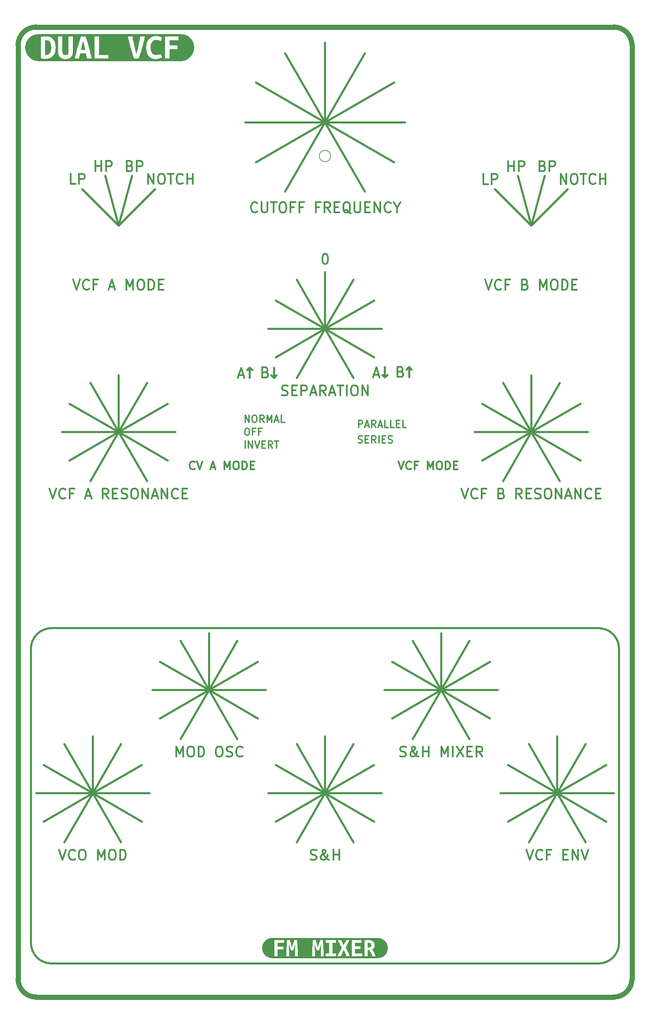
<source format=gto>
G04 #@! TF.GenerationSoftware,KiCad,Pcbnew,6.0.5+dfsg-1~bpo11+1*
G04 #@! TF.CreationDate,2022-08-10T11:57:38+00:00*
G04 #@! TF.ProjectId,VCF_VCA_pcb_panel,5643465f-5643-4415-9f70-63625f70616e,0*
G04 #@! TF.SameCoordinates,Original*
G04 #@! TF.FileFunction,Legend,Top*
G04 #@! TF.FilePolarity,Positive*
%FSLAX46Y46*%
G04 Gerber Fmt 4.6, Leading zero omitted, Abs format (unit mm)*
G04 Created by KiCad (PCBNEW 6.0.5+dfsg-1~bpo11+1) date 2022-08-10 11:57:38*
%MOMM*%
%LPD*%
G01*
G04 APERTURE LIST*
%ADD10C,0.500000*%
%ADD11C,1.270000*%
%ADD12C,0.400000*%
%ADD13C,0.350000*%
%ADD14C,0.150000*%
%ADD15C,2.000000*%
G04 APERTURE END LIST*
D10*
X212725000Y-44450000D02*
X232410000Y-44450000D01*
D11*
X141605000Y-259715000D02*
X283845000Y-259715000D01*
D10*
X184150000Y-184150000D02*
X191135000Y-172051625D01*
X155555327Y-209543189D02*
X148570327Y-197444814D01*
X212725000Y-44450000D02*
X212725000Y-24765000D01*
X263525000Y-120650000D02*
X275623375Y-127635000D01*
X161925000Y-120650000D02*
X175895000Y-120650000D01*
X212725000Y-209550000D02*
X224823375Y-216535000D01*
X285115000Y-173990000D02*
G75*
G03*
X280035000Y-168910000I-5080000J0D01*
G01*
X212725000Y-95250000D02*
X200626625Y-88265000D01*
D11*
X141605000Y-20955000D02*
X283845000Y-20955000D01*
D10*
X263525000Y-69850000D02*
X254544744Y-60869744D01*
X269875000Y-209550000D02*
X269875000Y-195580000D01*
X263525000Y-120650000D02*
X263525000Y-106680000D01*
X263525000Y-120650000D02*
X270510000Y-108551625D01*
X140335000Y-246380000D02*
G75*
G03*
X145415000Y-251460000I5080000J0D01*
G01*
X241300000Y-184150000D02*
X229201625Y-191135000D01*
X212725000Y-44450000D02*
X195677290Y-34607500D01*
X184150000Y-184150000D02*
X184150000Y-170180000D01*
X241300000Y-184150000D02*
X248285000Y-172051625D01*
X184150000Y-184150000D02*
X177165000Y-172051625D01*
D11*
X141605000Y-20955000D02*
G75*
G03*
X137160000Y-25400000I0J-4445000D01*
G01*
D10*
X241300000Y-184150000D02*
X248285000Y-196248375D01*
X155555327Y-209543189D02*
X169525327Y-209543189D01*
X269875000Y-209550000D02*
X262890000Y-221648375D01*
X155555327Y-209543189D02*
X162540327Y-197444814D01*
X155555327Y-209543189D02*
X143456952Y-202558189D01*
X241300000Y-184150000D02*
X234315000Y-172051625D01*
X155555327Y-209543189D02*
X141585327Y-209543189D01*
X212725000Y-209550000D02*
X219710000Y-197451625D01*
X212725000Y-44450000D02*
X193040000Y-44450000D01*
X233426000Y-107188000D02*
X233426000Y-104648000D01*
X212725000Y-44450000D02*
X229772710Y-34607500D01*
X184150000Y-184150000D02*
X172051625Y-191135000D01*
X155555327Y-209543189D02*
X167653702Y-216528189D01*
X161925000Y-120650000D02*
X154940000Y-132748375D01*
X233426000Y-104648000D02*
X234061000Y-105283000D01*
X212725000Y-95250000D02*
X219710000Y-83151625D01*
X212725000Y-209550000D02*
X224823375Y-202565000D01*
X161925000Y-120650000D02*
X161925000Y-106680000D01*
X263525000Y-120650000D02*
X256540000Y-108551625D01*
X200152000Y-107315000D02*
X199517000Y-106680000D01*
X184150000Y-184150000D02*
X198120000Y-184150000D01*
X227457000Y-107188000D02*
X228092000Y-106553000D01*
X161925000Y-120650000D02*
X168910000Y-108551625D01*
X212725000Y-95250000D02*
X198755000Y-95250000D01*
X241300000Y-184150000D02*
X227330000Y-184150000D01*
X194183000Y-104775000D02*
X194818000Y-105410000D01*
X194183000Y-107315000D02*
X194183000Y-104775000D01*
D11*
X288289999Y-25400001D02*
G75*
G03*
X283844999Y-20955001I-4444999J1D01*
G01*
D10*
X263525000Y-120650000D02*
X270510000Y-132748375D01*
X212725000Y-95250000D02*
X224823375Y-88265000D01*
X161925000Y-69838591D02*
X170905256Y-60858335D01*
X263525000Y-120650000D02*
X249555000Y-120650000D01*
D11*
X137160000Y-255270000D02*
G75*
G03*
X141605000Y-259715000I4445000J0D01*
G01*
D10*
X184150000Y-184150000D02*
X191135000Y-196248375D01*
X212725000Y-209550000D02*
X219710000Y-221648375D01*
X155555327Y-209543189D02*
X155555327Y-195573189D01*
X280035000Y-251460000D02*
X145415000Y-251460000D01*
X194183000Y-104775000D02*
X193548000Y-105410000D01*
X269875000Y-209550000D02*
X281973375Y-216535000D01*
X184150000Y-184150000D02*
X170180000Y-184150000D01*
X212725000Y-95250000D02*
X200626625Y-102235000D01*
X155555327Y-209543189D02*
X167653702Y-202558189D01*
X263525000Y-120650000D02*
X251426625Y-127635000D01*
X212725000Y-95250000D02*
X212725000Y-81280000D01*
X263525000Y-120650000D02*
X256540000Y-132748375D01*
X155555327Y-209543189D02*
X148570327Y-221641564D01*
X263525000Y-120650000D02*
X251426625Y-113665000D01*
X263525000Y-69850000D02*
X260237998Y-57582742D01*
X269875000Y-209550000D02*
X281973375Y-202565000D01*
X212725000Y-44450000D02*
X222567500Y-61497710D01*
X212725000Y-95250000D02*
X224823375Y-102235000D01*
X212725000Y-209550000D02*
X200626625Y-202565000D01*
X212725000Y-209550000D02*
X200626625Y-216535000D01*
X212725000Y-209550000D02*
X226695000Y-209550000D01*
X241300000Y-184150000D02*
X234315000Y-196248375D01*
X280035000Y-168910000D02*
X145415000Y-168910000D01*
X269875000Y-209550000D02*
X262890000Y-197451625D01*
X280035000Y-251460000D02*
G75*
G03*
X285115000Y-246380000I0J5080000D01*
G01*
X241300000Y-184150000D02*
X253398375Y-177165000D01*
X269875000Y-209550000D02*
X257776625Y-202565000D01*
X263525000Y-120650000D02*
X277495000Y-120650000D01*
X263525000Y-69850000D02*
X266812002Y-57582742D01*
X269875000Y-209550000D02*
X276860000Y-197451625D01*
D11*
X283845000Y-259715000D02*
G75*
G03*
X288290000Y-255270000I0J4445000D01*
G01*
D10*
X269875000Y-209550000D02*
X255905000Y-209550000D01*
X227457000Y-107188000D02*
X226822000Y-106553000D01*
X263525000Y-69850000D02*
X272505256Y-60869744D01*
X212725000Y-44450000D02*
X202882500Y-61497710D01*
X233426000Y-104648000D02*
X232791000Y-105283000D01*
X161925000Y-69838591D02*
X152944744Y-60858335D01*
X269875000Y-209550000D02*
X257776625Y-216535000D01*
X184150000Y-184150000D02*
X172051625Y-177165000D01*
X241300000Y-184150000D02*
X241300000Y-170180000D01*
X263525000Y-120650000D02*
X275623375Y-113665000D01*
X227457000Y-104648000D02*
X227457000Y-107188000D01*
X161925000Y-69838591D02*
X165212002Y-57571333D01*
X184150000Y-184150000D02*
X177165000Y-196248375D01*
X161925000Y-120650000D02*
X149826625Y-127635000D01*
X212725000Y-44450000D02*
X195677290Y-54292500D01*
X269875000Y-209550000D02*
X283845000Y-209550000D01*
X212725000Y-95250000D02*
X205740000Y-107348375D01*
X145415000Y-168910000D02*
G75*
G03*
X140335000Y-173990000I0J-5080000D01*
G01*
X212725000Y-44450000D02*
X202882500Y-27402290D01*
X241300000Y-184150000D02*
X253398375Y-191135000D01*
X269875000Y-209550000D02*
X283845000Y-209550000D01*
X155575000Y-209550000D02*
X141605000Y-209550000D01*
X184150000Y-184150000D02*
X196248375Y-177165000D01*
X155555327Y-209543189D02*
X162540327Y-221641564D01*
X212725000Y-209550000D02*
X212725000Y-195580000D01*
X212725000Y-209550000D02*
X205740000Y-221648375D01*
X241300000Y-184150000D02*
X229201625Y-177165000D01*
X200152000Y-107315000D02*
X200787000Y-106680000D01*
X212725000Y-95250000D02*
X205740000Y-83151625D01*
X161925000Y-120650000D02*
X149826625Y-113665000D01*
X285115000Y-246380000D02*
X285115000Y-173990000D01*
X212725000Y-44450000D02*
X229772710Y-54292500D01*
X184150000Y-184150000D02*
X196248375Y-191135000D01*
X161925000Y-120650000D02*
X174023375Y-127635000D01*
X212725000Y-95250000D02*
X226695000Y-95250000D01*
X161925000Y-69838591D02*
X158637998Y-57571333D01*
X212725000Y-44450000D02*
X222567500Y-27402290D01*
X161925000Y-120650000D02*
X174023375Y-113665000D01*
X212725000Y-209550000D02*
X198755000Y-209550000D01*
D11*
X137160000Y-255270000D02*
X137160000Y-25400000D01*
D10*
X212725000Y-95250000D02*
X219710000Y-107348375D01*
X212725000Y-209550000D02*
X205740000Y-197451625D01*
X155555327Y-209543189D02*
X143456952Y-216528189D01*
X269875000Y-209550000D02*
X276860000Y-221648375D01*
X140335000Y-173990000D02*
X140335000Y-246380000D01*
X161925000Y-120650000D02*
X147955000Y-120650000D01*
X241300000Y-184150000D02*
X255270000Y-184150000D01*
X161925000Y-120650000D02*
X168910000Y-132748375D01*
X161925000Y-120650000D02*
X154940000Y-108551625D01*
D11*
X288290000Y-255270000D02*
X288290000Y-25400000D01*
D10*
X200152000Y-104775000D02*
X200152000Y-107315000D01*
D12*
X257750714Y-56387361D02*
X257750714Y-53887361D01*
X257750714Y-55077837D02*
X259179285Y-55077837D01*
X259179285Y-56387361D02*
X259179285Y-53887361D01*
X260369761Y-56387361D02*
X260369761Y-53887361D01*
X261322142Y-53887361D01*
X261560238Y-54006409D01*
X261679285Y-54125456D01*
X261798333Y-54363551D01*
X261798333Y-54720694D01*
X261679285Y-54958789D01*
X261560238Y-55077837D01*
X261322142Y-55196885D01*
X260369761Y-55196885D01*
X191428761Y-106588666D02*
X192619238Y-106588666D01*
X191190666Y-107302952D02*
X192024000Y-104802952D01*
X192857333Y-107302952D01*
X270689285Y-59562361D02*
X270689285Y-57062361D01*
X272117857Y-59562361D01*
X272117857Y-57062361D01*
X273784523Y-57062361D02*
X274260714Y-57062361D01*
X274498809Y-57181409D01*
X274736904Y-57419504D01*
X274855952Y-57895694D01*
X274855952Y-58729028D01*
X274736904Y-59205218D01*
X274498809Y-59443313D01*
X274260714Y-59562361D01*
X273784523Y-59562361D01*
X273546428Y-59443313D01*
X273308333Y-59205218D01*
X273189285Y-58729028D01*
X273189285Y-57895694D01*
X273308333Y-57419504D01*
X273546428Y-57181409D01*
X273784523Y-57062361D01*
X275570238Y-57062361D02*
X276998809Y-57062361D01*
X276284523Y-59562361D02*
X276284523Y-57062361D01*
X279260714Y-59324266D02*
X279141666Y-59443313D01*
X278784523Y-59562361D01*
X278546428Y-59562361D01*
X278189285Y-59443313D01*
X277951190Y-59205218D01*
X277832142Y-58967123D01*
X277713095Y-58490932D01*
X277713095Y-58133789D01*
X277832142Y-57657599D01*
X277951190Y-57419504D01*
X278189285Y-57181409D01*
X278546428Y-57062361D01*
X278784523Y-57062361D01*
X279141666Y-57181409D01*
X279260714Y-57300456D01*
X280332142Y-59562361D02*
X280332142Y-57062361D01*
X280332142Y-58252837D02*
X281760714Y-58252837D01*
X281760714Y-59562361D02*
X281760714Y-57062361D01*
D13*
X193049166Y-118266666D02*
X193049166Y-116516666D01*
X194049166Y-118266666D01*
X194049166Y-116516666D01*
X195215833Y-116516666D02*
X195549166Y-116516666D01*
X195715833Y-116600000D01*
X195882500Y-116766666D01*
X195965833Y-117100000D01*
X195965833Y-117683333D01*
X195882500Y-118016666D01*
X195715833Y-118183333D01*
X195549166Y-118266666D01*
X195215833Y-118266666D01*
X195049166Y-118183333D01*
X194882500Y-118016666D01*
X194799166Y-117683333D01*
X194799166Y-117100000D01*
X194882500Y-116766666D01*
X195049166Y-116600000D01*
X195215833Y-116516666D01*
X197715833Y-118266666D02*
X197132500Y-117433333D01*
X196715833Y-118266666D02*
X196715833Y-116516666D01*
X197382500Y-116516666D01*
X197549166Y-116600000D01*
X197632500Y-116683333D01*
X197715833Y-116850000D01*
X197715833Y-117100000D01*
X197632500Y-117266666D01*
X197549166Y-117350000D01*
X197382500Y-117433333D01*
X196715833Y-117433333D01*
X198465833Y-118266666D02*
X198465833Y-116516666D01*
X199049166Y-117766666D01*
X199632500Y-116516666D01*
X199632500Y-118266666D01*
X200382500Y-117766666D02*
X201215833Y-117766666D01*
X200215833Y-118266666D02*
X200799166Y-116516666D01*
X201382500Y-118266666D01*
X202799166Y-118266666D02*
X201965833Y-118266666D01*
X201965833Y-116516666D01*
D12*
X266263571Y-55077837D02*
X266620714Y-55196885D01*
X266739761Y-55315932D01*
X266858809Y-55554028D01*
X266858809Y-55911170D01*
X266739761Y-56149266D01*
X266620714Y-56268313D01*
X266382619Y-56387361D01*
X265430238Y-56387361D01*
X265430238Y-53887361D01*
X266263571Y-53887361D01*
X266501666Y-54006409D01*
X266620714Y-54125456D01*
X266739761Y-54363551D01*
X266739761Y-54601647D01*
X266620714Y-54839742D01*
X266501666Y-54958789D01*
X266263571Y-55077837D01*
X265430238Y-55077837D01*
X267930238Y-56387361D02*
X267930238Y-53887361D01*
X268882619Y-53887361D01*
X269120714Y-54006409D01*
X269239761Y-54125456D01*
X269358809Y-54363551D01*
X269358809Y-54720694D01*
X269239761Y-54958789D01*
X269120714Y-55077837D01*
X268882619Y-55196885D01*
X267930238Y-55196885D01*
X147221993Y-223414141D02*
X148055327Y-225914141D01*
X148888660Y-223414141D01*
X151150565Y-225676046D02*
X151031517Y-225795093D01*
X150674374Y-225914141D01*
X150436279Y-225914141D01*
X150079136Y-225795093D01*
X149841041Y-225556998D01*
X149721993Y-225318903D01*
X149602946Y-224842712D01*
X149602946Y-224485569D01*
X149721993Y-224009379D01*
X149841041Y-223771284D01*
X150079136Y-223533189D01*
X150436279Y-223414141D01*
X150674374Y-223414141D01*
X151031517Y-223533189D01*
X151150565Y-223652236D01*
X152698184Y-223414141D02*
X153174374Y-223414141D01*
X153412469Y-223533189D01*
X153650565Y-223771284D01*
X153769612Y-224247474D01*
X153769612Y-225080808D01*
X153650565Y-225556998D01*
X153412469Y-225795093D01*
X153174374Y-225914141D01*
X152698184Y-225914141D01*
X152460088Y-225795093D01*
X152221993Y-225556998D01*
X152102946Y-225080808D01*
X152102946Y-224247474D01*
X152221993Y-223771284D01*
X152460088Y-223533189D01*
X152698184Y-223414141D01*
X156745803Y-225914141D02*
X156745803Y-223414141D01*
X157579136Y-225199855D01*
X158412469Y-223414141D01*
X158412469Y-225914141D01*
X160079136Y-223414141D02*
X160555327Y-223414141D01*
X160793422Y-223533189D01*
X161031517Y-223771284D01*
X161150565Y-224247474D01*
X161150565Y-225080808D01*
X161031517Y-225556998D01*
X160793422Y-225795093D01*
X160555327Y-225914141D01*
X160079136Y-225914141D01*
X159841041Y-225795093D01*
X159602946Y-225556998D01*
X159483898Y-225080808D01*
X159483898Y-224247474D01*
X159602946Y-223771284D01*
X159841041Y-223533189D01*
X160079136Y-223414141D01*
X162221993Y-225914141D02*
X162221993Y-223414141D01*
X162817231Y-223414141D01*
X163174374Y-223533189D01*
X163412469Y-223771284D01*
X163531517Y-224009379D01*
X163650565Y-224485569D01*
X163650565Y-224842712D01*
X163531517Y-225318903D01*
X163412469Y-225556998D01*
X163174374Y-225795093D01*
X162817231Y-225914141D01*
X162221993Y-225914141D01*
X252888809Y-59562361D02*
X251698333Y-59562361D01*
X251698333Y-57062361D01*
X253722142Y-59562361D02*
X253722142Y-57062361D01*
X254674523Y-57062361D01*
X254912619Y-57181409D01*
X255031666Y-57300456D01*
X255150714Y-57538551D01*
X255150714Y-57895694D01*
X255031666Y-58133789D01*
X254912619Y-58252837D01*
X254674523Y-58371885D01*
X253722142Y-58371885D01*
X156150714Y-56375952D02*
X156150714Y-53875952D01*
X156150714Y-55066428D02*
X157579285Y-55066428D01*
X157579285Y-56375952D02*
X157579285Y-53875952D01*
X158769761Y-56375952D02*
X158769761Y-53875952D01*
X159722142Y-53875952D01*
X159960238Y-53995000D01*
X160079285Y-54114047D01*
X160198333Y-54352142D01*
X160198333Y-54709285D01*
X160079285Y-54947380D01*
X159960238Y-55066428D01*
X159722142Y-55185476D01*
X158769761Y-55185476D01*
X169089285Y-59550952D02*
X169089285Y-57050952D01*
X170517857Y-59550952D01*
X170517857Y-57050952D01*
X172184523Y-57050952D02*
X172660714Y-57050952D01*
X172898809Y-57170000D01*
X173136904Y-57408095D01*
X173255952Y-57884285D01*
X173255952Y-58717619D01*
X173136904Y-59193809D01*
X172898809Y-59431904D01*
X172660714Y-59550952D01*
X172184523Y-59550952D01*
X171946428Y-59431904D01*
X171708333Y-59193809D01*
X171589285Y-58717619D01*
X171589285Y-57884285D01*
X171708333Y-57408095D01*
X171946428Y-57170000D01*
X172184523Y-57050952D01*
X173970238Y-57050952D02*
X175398809Y-57050952D01*
X174684523Y-59550952D02*
X174684523Y-57050952D01*
X177660714Y-59312857D02*
X177541666Y-59431904D01*
X177184523Y-59550952D01*
X176946428Y-59550952D01*
X176589285Y-59431904D01*
X176351190Y-59193809D01*
X176232142Y-58955714D01*
X176113095Y-58479523D01*
X176113095Y-58122380D01*
X176232142Y-57646190D01*
X176351190Y-57408095D01*
X176589285Y-57170000D01*
X176946428Y-57050952D01*
X177184523Y-57050952D01*
X177541666Y-57170000D01*
X177660714Y-57289047D01*
X178732142Y-59550952D02*
X178732142Y-57050952D01*
X178732142Y-58241428D02*
X180160714Y-58241428D01*
X180160714Y-59550952D02*
X180160714Y-57050952D01*
X231180952Y-200401904D02*
X231538095Y-200520952D01*
X232133333Y-200520952D01*
X232371428Y-200401904D01*
X232490476Y-200282857D01*
X232609523Y-200044761D01*
X232609523Y-199806666D01*
X232490476Y-199568571D01*
X232371428Y-199449523D01*
X232133333Y-199330476D01*
X231657142Y-199211428D01*
X231419047Y-199092380D01*
X231300000Y-198973333D01*
X231180952Y-198735238D01*
X231180952Y-198497142D01*
X231300000Y-198259047D01*
X231419047Y-198140000D01*
X231657142Y-198020952D01*
X232252380Y-198020952D01*
X232609523Y-198140000D01*
X235704761Y-200520952D02*
X235585714Y-200520952D01*
X235347619Y-200401904D01*
X234990476Y-200044761D01*
X234395238Y-199330476D01*
X234157142Y-198973333D01*
X234038095Y-198616190D01*
X234038095Y-198378095D01*
X234157142Y-198140000D01*
X234395238Y-198020952D01*
X234514285Y-198020952D01*
X234752380Y-198140000D01*
X234871428Y-198378095D01*
X234871428Y-198497142D01*
X234752380Y-198735238D01*
X234633333Y-198854285D01*
X233919047Y-199330476D01*
X233800000Y-199449523D01*
X233680952Y-199687619D01*
X233680952Y-200044761D01*
X233800000Y-200282857D01*
X233919047Y-200401904D01*
X234157142Y-200520952D01*
X234514285Y-200520952D01*
X234752380Y-200401904D01*
X234871428Y-200282857D01*
X235228571Y-199806666D01*
X235347619Y-199449523D01*
X235347619Y-199211428D01*
X236776190Y-200520952D02*
X236776190Y-198020952D01*
X236776190Y-199211428D02*
X238204761Y-199211428D01*
X238204761Y-200520952D02*
X238204761Y-198020952D01*
X241300000Y-200520952D02*
X241300000Y-198020952D01*
X242133333Y-199806666D01*
X242966666Y-198020952D01*
X242966666Y-200520952D01*
X244157142Y-200520952D02*
X244157142Y-198020952D01*
X245109523Y-198020952D02*
X246776190Y-200520952D01*
X246776190Y-198020952D02*
X245109523Y-200520952D01*
X247728571Y-199211428D02*
X248561904Y-199211428D01*
X248919047Y-200520952D02*
X247728571Y-200520952D01*
X247728571Y-198020952D01*
X248919047Y-198020952D01*
X251419047Y-200520952D02*
X250585714Y-199330476D01*
X249990476Y-200520952D02*
X249990476Y-198020952D01*
X250942857Y-198020952D01*
X251180952Y-198140000D01*
X251300000Y-198259047D01*
X251419047Y-198497142D01*
X251419047Y-198854285D01*
X251300000Y-199092380D01*
X251180952Y-199211428D01*
X250942857Y-199330476D01*
X249990476Y-199330476D01*
X209153571Y-225801904D02*
X209510714Y-225920952D01*
X210105952Y-225920952D01*
X210344047Y-225801904D01*
X210463095Y-225682857D01*
X210582142Y-225444761D01*
X210582142Y-225206666D01*
X210463095Y-224968571D01*
X210344047Y-224849523D01*
X210105952Y-224730476D01*
X209629761Y-224611428D01*
X209391666Y-224492380D01*
X209272619Y-224373333D01*
X209153571Y-224135238D01*
X209153571Y-223897142D01*
X209272619Y-223659047D01*
X209391666Y-223540000D01*
X209629761Y-223420952D01*
X210225000Y-223420952D01*
X210582142Y-223540000D01*
X213677380Y-225920952D02*
X213558333Y-225920952D01*
X213320238Y-225801904D01*
X212963095Y-225444761D01*
X212367857Y-224730476D01*
X212129761Y-224373333D01*
X212010714Y-224016190D01*
X212010714Y-223778095D01*
X212129761Y-223540000D01*
X212367857Y-223420952D01*
X212486904Y-223420952D01*
X212725000Y-223540000D01*
X212844047Y-223778095D01*
X212844047Y-223897142D01*
X212725000Y-224135238D01*
X212605952Y-224254285D01*
X211891666Y-224730476D01*
X211772619Y-224849523D01*
X211653571Y-225087619D01*
X211653571Y-225444761D01*
X211772619Y-225682857D01*
X211891666Y-225801904D01*
X212129761Y-225920952D01*
X212486904Y-225920952D01*
X212725000Y-225801904D01*
X212844047Y-225682857D01*
X213201190Y-225206666D01*
X213320238Y-224849523D01*
X213320238Y-224611428D01*
X214748809Y-225920952D02*
X214748809Y-223420952D01*
X214748809Y-224611428D02*
X216177380Y-224611428D01*
X216177380Y-225920952D02*
X216177380Y-223420952D01*
X231318571Y-105739428D02*
X231675714Y-105858476D01*
X231794761Y-105977523D01*
X231913809Y-106215619D01*
X231913809Y-106572761D01*
X231794761Y-106810857D01*
X231675714Y-106929904D01*
X231437619Y-107048952D01*
X230485238Y-107048952D01*
X230485238Y-104548952D01*
X231318571Y-104548952D01*
X231556666Y-104668000D01*
X231675714Y-104787047D01*
X231794761Y-105025142D01*
X231794761Y-105263238D01*
X231675714Y-105501333D01*
X231556666Y-105620380D01*
X231318571Y-105739428D01*
X230485238Y-105739428D01*
X246263095Y-134520952D02*
X247096428Y-137020952D01*
X247929761Y-134520952D01*
X250191666Y-136782857D02*
X250072619Y-136901904D01*
X249715476Y-137020952D01*
X249477380Y-137020952D01*
X249120238Y-136901904D01*
X248882142Y-136663809D01*
X248763095Y-136425714D01*
X248644047Y-135949523D01*
X248644047Y-135592380D01*
X248763095Y-135116190D01*
X248882142Y-134878095D01*
X249120238Y-134640000D01*
X249477380Y-134520952D01*
X249715476Y-134520952D01*
X250072619Y-134640000D01*
X250191666Y-134759047D01*
X252096428Y-135711428D02*
X251263095Y-135711428D01*
X251263095Y-137020952D02*
X251263095Y-134520952D01*
X252453571Y-134520952D01*
X256144047Y-135711428D02*
X256501190Y-135830476D01*
X256620238Y-135949523D01*
X256739285Y-136187619D01*
X256739285Y-136544761D01*
X256620238Y-136782857D01*
X256501190Y-136901904D01*
X256263095Y-137020952D01*
X255310714Y-137020952D01*
X255310714Y-134520952D01*
X256144047Y-134520952D01*
X256382142Y-134640000D01*
X256501190Y-134759047D01*
X256620238Y-134997142D01*
X256620238Y-135235238D01*
X256501190Y-135473333D01*
X256382142Y-135592380D01*
X256144047Y-135711428D01*
X255310714Y-135711428D01*
X261144047Y-137020952D02*
X260310714Y-135830476D01*
X259715476Y-137020952D02*
X259715476Y-134520952D01*
X260667857Y-134520952D01*
X260905952Y-134640000D01*
X261025000Y-134759047D01*
X261144047Y-134997142D01*
X261144047Y-135354285D01*
X261025000Y-135592380D01*
X260905952Y-135711428D01*
X260667857Y-135830476D01*
X259715476Y-135830476D01*
X262215476Y-135711428D02*
X263048809Y-135711428D01*
X263405952Y-137020952D02*
X262215476Y-137020952D01*
X262215476Y-134520952D01*
X263405952Y-134520952D01*
X264358333Y-136901904D02*
X264715476Y-137020952D01*
X265310714Y-137020952D01*
X265548809Y-136901904D01*
X265667857Y-136782857D01*
X265786904Y-136544761D01*
X265786904Y-136306666D01*
X265667857Y-136068571D01*
X265548809Y-135949523D01*
X265310714Y-135830476D01*
X264834523Y-135711428D01*
X264596428Y-135592380D01*
X264477380Y-135473333D01*
X264358333Y-135235238D01*
X264358333Y-134997142D01*
X264477380Y-134759047D01*
X264596428Y-134640000D01*
X264834523Y-134520952D01*
X265429761Y-134520952D01*
X265786904Y-134640000D01*
X267334523Y-134520952D02*
X267810714Y-134520952D01*
X268048809Y-134640000D01*
X268286904Y-134878095D01*
X268405952Y-135354285D01*
X268405952Y-136187619D01*
X268286904Y-136663809D01*
X268048809Y-136901904D01*
X267810714Y-137020952D01*
X267334523Y-137020952D01*
X267096428Y-136901904D01*
X266858333Y-136663809D01*
X266739285Y-136187619D01*
X266739285Y-135354285D01*
X266858333Y-134878095D01*
X267096428Y-134640000D01*
X267334523Y-134520952D01*
X269477380Y-137020952D02*
X269477380Y-134520952D01*
X270905952Y-137020952D01*
X270905952Y-134520952D01*
X271977380Y-136306666D02*
X273167857Y-136306666D01*
X271739285Y-137020952D02*
X272572619Y-134520952D01*
X273405952Y-137020952D01*
X274239285Y-137020952D02*
X274239285Y-134520952D01*
X275667857Y-137020952D01*
X275667857Y-134520952D01*
X278286904Y-136782857D02*
X278167857Y-136901904D01*
X277810714Y-137020952D01*
X277572619Y-137020952D01*
X277215476Y-136901904D01*
X276977380Y-136663809D01*
X276858333Y-136425714D01*
X276739285Y-135949523D01*
X276739285Y-135592380D01*
X276858333Y-135116190D01*
X276977380Y-134878095D01*
X277215476Y-134640000D01*
X277572619Y-134520952D01*
X277810714Y-134520952D01*
X278167857Y-134640000D01*
X278286904Y-134759047D01*
X279358333Y-135711428D02*
X280191666Y-135711428D01*
X280548809Y-137020952D02*
X279358333Y-137020952D01*
X279358333Y-134520952D01*
X280548809Y-134520952D01*
X150675000Y-83074543D02*
X151508333Y-85574543D01*
X152341666Y-83074543D01*
X154603571Y-85336448D02*
X154484523Y-85455495D01*
X154127380Y-85574543D01*
X153889285Y-85574543D01*
X153532142Y-85455495D01*
X153294047Y-85217400D01*
X153175000Y-84979305D01*
X153055952Y-84503114D01*
X153055952Y-84145971D01*
X153175000Y-83669781D01*
X153294047Y-83431686D01*
X153532142Y-83193591D01*
X153889285Y-83074543D01*
X154127380Y-83074543D01*
X154484523Y-83193591D01*
X154603571Y-83312638D01*
X156508333Y-84265019D02*
X155675000Y-84265019D01*
X155675000Y-85574543D02*
X155675000Y-83074543D01*
X156865476Y-83074543D01*
X159603571Y-84860257D02*
X160794047Y-84860257D01*
X159365476Y-85574543D02*
X160198809Y-83074543D01*
X161032142Y-85574543D01*
X163770238Y-85574543D02*
X163770238Y-83074543D01*
X164603571Y-84860257D01*
X165436904Y-83074543D01*
X165436904Y-85574543D01*
X167103571Y-83074543D02*
X167579761Y-83074543D01*
X167817857Y-83193591D01*
X168055952Y-83431686D01*
X168175000Y-83907876D01*
X168175000Y-84741210D01*
X168055952Y-85217400D01*
X167817857Y-85455495D01*
X167579761Y-85574543D01*
X167103571Y-85574543D01*
X166865476Y-85455495D01*
X166627380Y-85217400D01*
X166508333Y-84741210D01*
X166508333Y-83907876D01*
X166627380Y-83431686D01*
X166865476Y-83193591D01*
X167103571Y-83074543D01*
X169246428Y-85574543D02*
X169246428Y-83074543D01*
X169841666Y-83074543D01*
X170198809Y-83193591D01*
X170436904Y-83431686D01*
X170555952Y-83669781D01*
X170675000Y-84145971D01*
X170675000Y-84503114D01*
X170555952Y-84979305D01*
X170436904Y-85217400D01*
X170198809Y-85455495D01*
X169841666Y-85574543D01*
X169246428Y-85574543D01*
X171746428Y-84265019D02*
X172579761Y-84265019D01*
X172936904Y-85574543D02*
X171746428Y-85574543D01*
X171746428Y-83074543D01*
X172936904Y-83074543D01*
X195998809Y-66297857D02*
X195879761Y-66416904D01*
X195522619Y-66535952D01*
X195284523Y-66535952D01*
X194927380Y-66416904D01*
X194689285Y-66178809D01*
X194570238Y-65940714D01*
X194451190Y-65464523D01*
X194451190Y-65107380D01*
X194570238Y-64631190D01*
X194689285Y-64393095D01*
X194927380Y-64155000D01*
X195284523Y-64035952D01*
X195522619Y-64035952D01*
X195879761Y-64155000D01*
X195998809Y-64274047D01*
X197070238Y-64035952D02*
X197070238Y-66059761D01*
X197189285Y-66297857D01*
X197308333Y-66416904D01*
X197546428Y-66535952D01*
X198022619Y-66535952D01*
X198260714Y-66416904D01*
X198379761Y-66297857D01*
X198498809Y-66059761D01*
X198498809Y-64035952D01*
X199332142Y-64035952D02*
X200760714Y-64035952D01*
X200046428Y-66535952D02*
X200046428Y-64035952D01*
X202070238Y-64035952D02*
X202546428Y-64035952D01*
X202784523Y-64155000D01*
X203022619Y-64393095D01*
X203141666Y-64869285D01*
X203141666Y-65702619D01*
X203022619Y-66178809D01*
X202784523Y-66416904D01*
X202546428Y-66535952D01*
X202070238Y-66535952D01*
X201832142Y-66416904D01*
X201594047Y-66178809D01*
X201475000Y-65702619D01*
X201475000Y-64869285D01*
X201594047Y-64393095D01*
X201832142Y-64155000D01*
X202070238Y-64035952D01*
X205046428Y-65226428D02*
X204213095Y-65226428D01*
X204213095Y-66535952D02*
X204213095Y-64035952D01*
X205403571Y-64035952D01*
X207189285Y-65226428D02*
X206355952Y-65226428D01*
X206355952Y-66535952D02*
X206355952Y-64035952D01*
X207546428Y-64035952D01*
X211236904Y-65226428D02*
X210403571Y-65226428D01*
X210403571Y-66535952D02*
X210403571Y-64035952D01*
X211594047Y-64035952D01*
X213975000Y-66535952D02*
X213141666Y-65345476D01*
X212546428Y-66535952D02*
X212546428Y-64035952D01*
X213498809Y-64035952D01*
X213736904Y-64155000D01*
X213855952Y-64274047D01*
X213975000Y-64512142D01*
X213975000Y-64869285D01*
X213855952Y-65107380D01*
X213736904Y-65226428D01*
X213498809Y-65345476D01*
X212546428Y-65345476D01*
X215046428Y-65226428D02*
X215879761Y-65226428D01*
X216236904Y-66535952D02*
X215046428Y-66535952D01*
X215046428Y-64035952D01*
X216236904Y-64035952D01*
X218975000Y-66774047D02*
X218736904Y-66655000D01*
X218498809Y-66416904D01*
X218141666Y-66059761D01*
X217903571Y-65940714D01*
X217665476Y-65940714D01*
X217784523Y-66535952D02*
X217546428Y-66416904D01*
X217308333Y-66178809D01*
X217189285Y-65702619D01*
X217189285Y-64869285D01*
X217308333Y-64393095D01*
X217546428Y-64155000D01*
X217784523Y-64035952D01*
X218260714Y-64035952D01*
X218498809Y-64155000D01*
X218736904Y-64393095D01*
X218855952Y-64869285D01*
X218855952Y-65702619D01*
X218736904Y-66178809D01*
X218498809Y-66416904D01*
X218260714Y-66535952D01*
X217784523Y-66535952D01*
X219927380Y-64035952D02*
X219927380Y-66059761D01*
X220046428Y-66297857D01*
X220165476Y-66416904D01*
X220403571Y-66535952D01*
X220879761Y-66535952D01*
X221117857Y-66416904D01*
X221236904Y-66297857D01*
X221355952Y-66059761D01*
X221355952Y-64035952D01*
X222546428Y-65226428D02*
X223379761Y-65226428D01*
X223736904Y-66535952D02*
X222546428Y-66535952D01*
X222546428Y-64035952D01*
X223736904Y-64035952D01*
X224808333Y-66535952D02*
X224808333Y-64035952D01*
X226236904Y-66535952D01*
X226236904Y-64035952D01*
X228855952Y-66297857D02*
X228736904Y-66416904D01*
X228379761Y-66535952D01*
X228141666Y-66535952D01*
X227784523Y-66416904D01*
X227546428Y-66178809D01*
X227427380Y-65940714D01*
X227308333Y-65464523D01*
X227308333Y-65107380D01*
X227427380Y-64631190D01*
X227546428Y-64393095D01*
X227784523Y-64155000D01*
X228141666Y-64035952D01*
X228379761Y-64035952D01*
X228736904Y-64155000D01*
X228855952Y-64274047D01*
X230403571Y-65345476D02*
X230403571Y-66535952D01*
X229570238Y-64035952D02*
X230403571Y-65345476D01*
X231236904Y-64035952D01*
D13*
X193382500Y-119691666D02*
X193715833Y-119691666D01*
X193882500Y-119775000D01*
X194049166Y-119941666D01*
X194132500Y-120275000D01*
X194132500Y-120858333D01*
X194049166Y-121191666D01*
X193882500Y-121358333D01*
X193715833Y-121441666D01*
X193382500Y-121441666D01*
X193215833Y-121358333D01*
X193049166Y-121191666D01*
X192965833Y-120858333D01*
X192965833Y-120275000D01*
X193049166Y-119941666D01*
X193215833Y-119775000D01*
X193382500Y-119691666D01*
X195465833Y-120525000D02*
X194882500Y-120525000D01*
X194882500Y-121441666D02*
X194882500Y-119691666D01*
X195715833Y-119691666D01*
X196965833Y-120525000D02*
X196382500Y-120525000D01*
X196382500Y-121441666D02*
X196382500Y-119691666D01*
X197215833Y-119691666D01*
D12*
X252096428Y-83085952D02*
X252929761Y-85585952D01*
X253763095Y-83085952D01*
X256025000Y-85347857D02*
X255905952Y-85466904D01*
X255548809Y-85585952D01*
X255310714Y-85585952D01*
X254953571Y-85466904D01*
X254715476Y-85228809D01*
X254596428Y-84990714D01*
X254477380Y-84514523D01*
X254477380Y-84157380D01*
X254596428Y-83681190D01*
X254715476Y-83443095D01*
X254953571Y-83205000D01*
X255310714Y-83085952D01*
X255548809Y-83085952D01*
X255905952Y-83205000D01*
X256025000Y-83324047D01*
X257929761Y-84276428D02*
X257096428Y-84276428D01*
X257096428Y-85585952D02*
X257096428Y-83085952D01*
X258286904Y-83085952D01*
X261977380Y-84276428D02*
X262334523Y-84395476D01*
X262453571Y-84514523D01*
X262572619Y-84752619D01*
X262572619Y-85109761D01*
X262453571Y-85347857D01*
X262334523Y-85466904D01*
X262096428Y-85585952D01*
X261144047Y-85585952D01*
X261144047Y-83085952D01*
X261977380Y-83085952D01*
X262215476Y-83205000D01*
X262334523Y-83324047D01*
X262453571Y-83562142D01*
X262453571Y-83800238D01*
X262334523Y-84038333D01*
X262215476Y-84157380D01*
X261977380Y-84276428D01*
X261144047Y-84276428D01*
X265548809Y-85585952D02*
X265548809Y-83085952D01*
X266382142Y-84871666D01*
X267215476Y-83085952D01*
X267215476Y-85585952D01*
X268882142Y-83085952D02*
X269358333Y-83085952D01*
X269596428Y-83205000D01*
X269834523Y-83443095D01*
X269953571Y-83919285D01*
X269953571Y-84752619D01*
X269834523Y-85228809D01*
X269596428Y-85466904D01*
X269358333Y-85585952D01*
X268882142Y-85585952D01*
X268644047Y-85466904D01*
X268405952Y-85228809D01*
X268286904Y-84752619D01*
X268286904Y-83919285D01*
X268405952Y-83443095D01*
X268644047Y-83205000D01*
X268882142Y-83085952D01*
X271025000Y-85585952D02*
X271025000Y-83085952D01*
X271620238Y-83085952D01*
X271977380Y-83205000D01*
X272215476Y-83443095D01*
X272334523Y-83681190D01*
X272453571Y-84157380D01*
X272453571Y-84514523D01*
X272334523Y-84990714D01*
X272215476Y-85228809D01*
X271977380Y-85466904D01*
X271620238Y-85585952D01*
X271025000Y-85585952D01*
X273525000Y-84276428D02*
X274358333Y-84276428D01*
X274715476Y-85585952D02*
X273525000Y-85585952D01*
X273525000Y-83085952D01*
X274715476Y-83085952D01*
X144841666Y-134520952D02*
X145675000Y-137020952D01*
X146508333Y-134520952D01*
X148770238Y-136782857D02*
X148651190Y-136901904D01*
X148294047Y-137020952D01*
X148055952Y-137020952D01*
X147698809Y-136901904D01*
X147460714Y-136663809D01*
X147341666Y-136425714D01*
X147222619Y-135949523D01*
X147222619Y-135592380D01*
X147341666Y-135116190D01*
X147460714Y-134878095D01*
X147698809Y-134640000D01*
X148055952Y-134520952D01*
X148294047Y-134520952D01*
X148651190Y-134640000D01*
X148770238Y-134759047D01*
X150675000Y-135711428D02*
X149841666Y-135711428D01*
X149841666Y-137020952D02*
X149841666Y-134520952D01*
X151032142Y-134520952D01*
X153770238Y-136306666D02*
X154960714Y-136306666D01*
X153532142Y-137020952D02*
X154365476Y-134520952D01*
X155198809Y-137020952D01*
X159365476Y-137020952D02*
X158532142Y-135830476D01*
X157936904Y-137020952D02*
X157936904Y-134520952D01*
X158889285Y-134520952D01*
X159127380Y-134640000D01*
X159246428Y-134759047D01*
X159365476Y-134997142D01*
X159365476Y-135354285D01*
X159246428Y-135592380D01*
X159127380Y-135711428D01*
X158889285Y-135830476D01*
X157936904Y-135830476D01*
X160436904Y-135711428D02*
X161270238Y-135711428D01*
X161627380Y-137020952D02*
X160436904Y-137020952D01*
X160436904Y-134520952D01*
X161627380Y-134520952D01*
X162579761Y-136901904D02*
X162936904Y-137020952D01*
X163532142Y-137020952D01*
X163770238Y-136901904D01*
X163889285Y-136782857D01*
X164008333Y-136544761D01*
X164008333Y-136306666D01*
X163889285Y-136068571D01*
X163770238Y-135949523D01*
X163532142Y-135830476D01*
X163055952Y-135711428D01*
X162817857Y-135592380D01*
X162698809Y-135473333D01*
X162579761Y-135235238D01*
X162579761Y-134997142D01*
X162698809Y-134759047D01*
X162817857Y-134640000D01*
X163055952Y-134520952D01*
X163651190Y-134520952D01*
X164008333Y-134640000D01*
X165555952Y-134520952D02*
X166032142Y-134520952D01*
X166270238Y-134640000D01*
X166508333Y-134878095D01*
X166627380Y-135354285D01*
X166627380Y-136187619D01*
X166508333Y-136663809D01*
X166270238Y-136901904D01*
X166032142Y-137020952D01*
X165555952Y-137020952D01*
X165317857Y-136901904D01*
X165079761Y-136663809D01*
X164960714Y-136187619D01*
X164960714Y-135354285D01*
X165079761Y-134878095D01*
X165317857Y-134640000D01*
X165555952Y-134520952D01*
X167698809Y-137020952D02*
X167698809Y-134520952D01*
X169127380Y-137020952D01*
X169127380Y-134520952D01*
X170198809Y-136306666D02*
X171389285Y-136306666D01*
X169960714Y-137020952D02*
X170794047Y-134520952D01*
X171627380Y-137020952D01*
X172460714Y-137020952D02*
X172460714Y-134520952D01*
X173889285Y-137020952D01*
X173889285Y-134520952D01*
X176508333Y-136782857D02*
X176389285Y-136901904D01*
X176032142Y-137020952D01*
X175794047Y-137020952D01*
X175436904Y-136901904D01*
X175198809Y-136663809D01*
X175079761Y-136425714D01*
X174960714Y-135949523D01*
X174960714Y-135592380D01*
X175079761Y-135116190D01*
X175198809Y-134878095D01*
X175436904Y-134640000D01*
X175794047Y-134520952D01*
X176032142Y-134520952D01*
X176389285Y-134640000D01*
X176508333Y-134759047D01*
X177579761Y-135711428D02*
X178413095Y-135711428D01*
X178770238Y-137020952D02*
X177579761Y-137020952D01*
X177579761Y-134520952D01*
X178770238Y-134520952D01*
D13*
X220989166Y-119536666D02*
X220989166Y-117786666D01*
X221655833Y-117786666D01*
X221822500Y-117870000D01*
X221905833Y-117953333D01*
X221989166Y-118120000D01*
X221989166Y-118370000D01*
X221905833Y-118536666D01*
X221822500Y-118620000D01*
X221655833Y-118703333D01*
X220989166Y-118703333D01*
X222655833Y-119036666D02*
X223489166Y-119036666D01*
X222489166Y-119536666D02*
X223072500Y-117786666D01*
X223655833Y-119536666D01*
X225239166Y-119536666D02*
X224655833Y-118703333D01*
X224239166Y-119536666D02*
X224239166Y-117786666D01*
X224905833Y-117786666D01*
X225072500Y-117870000D01*
X225155833Y-117953333D01*
X225239166Y-118120000D01*
X225239166Y-118370000D01*
X225155833Y-118536666D01*
X225072500Y-118620000D01*
X224905833Y-118703333D01*
X224239166Y-118703333D01*
X225905833Y-119036666D02*
X226739166Y-119036666D01*
X225739166Y-119536666D02*
X226322500Y-117786666D01*
X226905833Y-119536666D01*
X228322500Y-119536666D02*
X227489166Y-119536666D01*
X227489166Y-117786666D01*
X229739166Y-119536666D02*
X228905833Y-119536666D01*
X228905833Y-117786666D01*
X230322500Y-118620000D02*
X230905833Y-118620000D01*
X231155833Y-119536666D02*
X230322500Y-119536666D01*
X230322500Y-117786666D01*
X231155833Y-117786666D01*
X232739166Y-119536666D02*
X231905833Y-119536666D01*
X231905833Y-117786666D01*
D12*
X212605952Y-76735952D02*
X212844047Y-76735952D01*
X213082142Y-76855000D01*
X213201190Y-76974047D01*
X213320238Y-77212142D01*
X213439285Y-77688333D01*
X213439285Y-78283571D01*
X213320238Y-78759761D01*
X213201190Y-78997857D01*
X213082142Y-79116904D01*
X212844047Y-79235952D01*
X212605952Y-79235952D01*
X212367857Y-79116904D01*
X212248809Y-78997857D01*
X212129761Y-78759761D01*
X212010714Y-78283571D01*
X212010714Y-77688333D01*
X212129761Y-77212142D01*
X212248809Y-76974047D01*
X212367857Y-76855000D01*
X212605952Y-76735952D01*
X262255952Y-223420952D02*
X263089285Y-225920952D01*
X263922619Y-223420952D01*
X266184523Y-225682857D02*
X266065476Y-225801904D01*
X265708333Y-225920952D01*
X265470238Y-225920952D01*
X265113095Y-225801904D01*
X264875000Y-225563809D01*
X264755952Y-225325714D01*
X264636904Y-224849523D01*
X264636904Y-224492380D01*
X264755952Y-224016190D01*
X264875000Y-223778095D01*
X265113095Y-223540000D01*
X265470238Y-223420952D01*
X265708333Y-223420952D01*
X266065476Y-223540000D01*
X266184523Y-223659047D01*
X268089285Y-224611428D02*
X267255952Y-224611428D01*
X267255952Y-225920952D02*
X267255952Y-223420952D01*
X268446428Y-223420952D01*
X271303571Y-224611428D02*
X272136904Y-224611428D01*
X272494047Y-225920952D02*
X271303571Y-225920952D01*
X271303571Y-223420952D01*
X272494047Y-223420952D01*
X273565476Y-225920952D02*
X273565476Y-223420952D01*
X274994047Y-225920952D01*
X274994047Y-223420952D01*
X275827380Y-223420952D02*
X276660714Y-225920952D01*
X277494047Y-223420952D01*
D13*
X220905833Y-123263333D02*
X221155833Y-123346666D01*
X221572500Y-123346666D01*
X221739166Y-123263333D01*
X221822500Y-123180000D01*
X221905833Y-123013333D01*
X221905833Y-122846666D01*
X221822500Y-122680000D01*
X221739166Y-122596666D01*
X221572500Y-122513333D01*
X221239166Y-122430000D01*
X221072500Y-122346666D01*
X220989166Y-122263333D01*
X220905833Y-122096666D01*
X220905833Y-121930000D01*
X220989166Y-121763333D01*
X221072500Y-121680000D01*
X221239166Y-121596666D01*
X221655833Y-121596666D01*
X221905833Y-121680000D01*
X222655833Y-122430000D02*
X223239166Y-122430000D01*
X223489166Y-123346666D02*
X222655833Y-123346666D01*
X222655833Y-121596666D01*
X223489166Y-121596666D01*
X225239166Y-123346666D02*
X224655833Y-122513333D01*
X224239166Y-123346666D02*
X224239166Y-121596666D01*
X224905833Y-121596666D01*
X225072500Y-121680000D01*
X225155833Y-121763333D01*
X225239166Y-121930000D01*
X225239166Y-122180000D01*
X225155833Y-122346666D01*
X225072500Y-122430000D01*
X224905833Y-122513333D01*
X224239166Y-122513333D01*
X225989166Y-123346666D02*
X225989166Y-121596666D01*
X226822500Y-122430000D02*
X227405833Y-122430000D01*
X227655833Y-123346666D02*
X226822500Y-123346666D01*
X226822500Y-121596666D01*
X227655833Y-121596666D01*
X228322500Y-123263333D02*
X228572500Y-123346666D01*
X228989166Y-123346666D01*
X229155833Y-123263333D01*
X229239166Y-123180000D01*
X229322500Y-123013333D01*
X229322500Y-122846666D01*
X229239166Y-122680000D01*
X229155833Y-122596666D01*
X228989166Y-122513333D01*
X228655833Y-122430000D01*
X228489166Y-122346666D01*
X228405833Y-122263333D01*
X228322500Y-122096666D01*
X228322500Y-121930000D01*
X228405833Y-121763333D01*
X228489166Y-121680000D01*
X228655833Y-121596666D01*
X229072500Y-121596666D01*
X229322500Y-121680000D01*
D12*
X180610714Y-129619285D02*
X180515476Y-129714523D01*
X180229761Y-129809761D01*
X180039285Y-129809761D01*
X179753571Y-129714523D01*
X179563095Y-129524047D01*
X179467857Y-129333571D01*
X179372619Y-128952619D01*
X179372619Y-128666904D01*
X179467857Y-128285952D01*
X179563095Y-128095476D01*
X179753571Y-127905000D01*
X180039285Y-127809761D01*
X180229761Y-127809761D01*
X180515476Y-127905000D01*
X180610714Y-128000238D01*
X181182142Y-127809761D02*
X181848809Y-129809761D01*
X182515476Y-127809761D01*
X184610714Y-129238333D02*
X185563095Y-129238333D01*
X184420238Y-129809761D02*
X185086904Y-127809761D01*
X185753571Y-129809761D01*
X187944047Y-129809761D02*
X187944047Y-127809761D01*
X188610714Y-129238333D01*
X189277380Y-127809761D01*
X189277380Y-129809761D01*
X190610714Y-127809761D02*
X190991666Y-127809761D01*
X191182142Y-127905000D01*
X191372619Y-128095476D01*
X191467857Y-128476428D01*
X191467857Y-129143095D01*
X191372619Y-129524047D01*
X191182142Y-129714523D01*
X190991666Y-129809761D01*
X190610714Y-129809761D01*
X190420238Y-129714523D01*
X190229761Y-129524047D01*
X190134523Y-129143095D01*
X190134523Y-128476428D01*
X190229761Y-128095476D01*
X190420238Y-127905000D01*
X190610714Y-127809761D01*
X192325000Y-129809761D02*
X192325000Y-127809761D01*
X192801190Y-127809761D01*
X193086904Y-127905000D01*
X193277380Y-128095476D01*
X193372619Y-128285952D01*
X193467857Y-128666904D01*
X193467857Y-128952619D01*
X193372619Y-129333571D01*
X193277380Y-129524047D01*
X193086904Y-129714523D01*
X192801190Y-129809761D01*
X192325000Y-129809761D01*
X194325000Y-128762142D02*
X194991666Y-128762142D01*
X195277380Y-129809761D02*
X194325000Y-129809761D01*
X194325000Y-127809761D01*
X195277380Y-127809761D01*
X151288809Y-59550952D02*
X150098333Y-59550952D01*
X150098333Y-57050952D01*
X152122142Y-59550952D02*
X152122142Y-57050952D01*
X153074523Y-57050952D01*
X153312619Y-57170000D01*
X153431666Y-57289047D01*
X153550714Y-57527142D01*
X153550714Y-57884285D01*
X153431666Y-58122380D01*
X153312619Y-58241428D01*
X153074523Y-58360476D01*
X152122142Y-58360476D01*
X224702761Y-106461666D02*
X225893238Y-106461666D01*
X224464666Y-107175952D02*
X225298000Y-104675952D01*
X226131333Y-107175952D01*
X198044571Y-105866428D02*
X198401714Y-105985476D01*
X198520761Y-106104523D01*
X198639809Y-106342619D01*
X198639809Y-106699761D01*
X198520761Y-106937857D01*
X198401714Y-107056904D01*
X198163619Y-107175952D01*
X197211238Y-107175952D01*
X197211238Y-104675952D01*
X198044571Y-104675952D01*
X198282666Y-104795000D01*
X198401714Y-104914047D01*
X198520761Y-105152142D01*
X198520761Y-105390238D01*
X198401714Y-105628333D01*
X198282666Y-105747380D01*
X198044571Y-105866428D01*
X197211238Y-105866428D01*
X164663571Y-55066428D02*
X165020714Y-55185476D01*
X165139761Y-55304523D01*
X165258809Y-55542619D01*
X165258809Y-55899761D01*
X165139761Y-56137857D01*
X165020714Y-56256904D01*
X164782619Y-56375952D01*
X163830238Y-56375952D01*
X163830238Y-53875952D01*
X164663571Y-53875952D01*
X164901666Y-53995000D01*
X165020714Y-54114047D01*
X165139761Y-54352142D01*
X165139761Y-54590238D01*
X165020714Y-54828333D01*
X164901666Y-54947380D01*
X164663571Y-55066428D01*
X163830238Y-55066428D01*
X166330238Y-56375952D02*
X166330238Y-53875952D01*
X167282619Y-53875952D01*
X167520714Y-53995000D01*
X167639761Y-54114047D01*
X167758809Y-54352142D01*
X167758809Y-54709285D01*
X167639761Y-54947380D01*
X167520714Y-55066428D01*
X167282619Y-55185476D01*
X166330238Y-55185476D01*
D13*
X193049166Y-124616666D02*
X193049166Y-122866666D01*
X193882500Y-124616666D02*
X193882500Y-122866666D01*
X194882500Y-124616666D01*
X194882500Y-122866666D01*
X195465833Y-122866666D02*
X196049166Y-124616666D01*
X196632500Y-122866666D01*
X197215833Y-123700000D02*
X197799166Y-123700000D01*
X198049166Y-124616666D02*
X197215833Y-124616666D01*
X197215833Y-122866666D01*
X198049166Y-122866666D01*
X199799166Y-124616666D02*
X199215833Y-123783333D01*
X198799166Y-124616666D02*
X198799166Y-122866666D01*
X199465833Y-122866666D01*
X199632500Y-122950000D01*
X199715833Y-123033333D01*
X199799166Y-123200000D01*
X199799166Y-123450000D01*
X199715833Y-123616666D01*
X199632500Y-123700000D01*
X199465833Y-123783333D01*
X198799166Y-123783333D01*
X200299166Y-122866666D02*
X201299166Y-122866666D01*
X200799166Y-124616666D02*
X200799166Y-122866666D01*
D12*
X176054761Y-200520952D02*
X176054761Y-198020952D01*
X176888095Y-199806666D01*
X177721428Y-198020952D01*
X177721428Y-200520952D01*
X179388095Y-198020952D02*
X179864285Y-198020952D01*
X180102380Y-198140000D01*
X180340476Y-198378095D01*
X180459523Y-198854285D01*
X180459523Y-199687619D01*
X180340476Y-200163809D01*
X180102380Y-200401904D01*
X179864285Y-200520952D01*
X179388095Y-200520952D01*
X179150000Y-200401904D01*
X178911904Y-200163809D01*
X178792857Y-199687619D01*
X178792857Y-198854285D01*
X178911904Y-198378095D01*
X179150000Y-198140000D01*
X179388095Y-198020952D01*
X181530952Y-200520952D02*
X181530952Y-198020952D01*
X182126190Y-198020952D01*
X182483333Y-198140000D01*
X182721428Y-198378095D01*
X182840476Y-198616190D01*
X182959523Y-199092380D01*
X182959523Y-199449523D01*
X182840476Y-199925714D01*
X182721428Y-200163809D01*
X182483333Y-200401904D01*
X182126190Y-200520952D01*
X181530952Y-200520952D01*
X186411904Y-198020952D02*
X186888095Y-198020952D01*
X187126190Y-198140000D01*
X187364285Y-198378095D01*
X187483333Y-198854285D01*
X187483333Y-199687619D01*
X187364285Y-200163809D01*
X187126190Y-200401904D01*
X186888095Y-200520952D01*
X186411904Y-200520952D01*
X186173809Y-200401904D01*
X185935714Y-200163809D01*
X185816666Y-199687619D01*
X185816666Y-198854285D01*
X185935714Y-198378095D01*
X186173809Y-198140000D01*
X186411904Y-198020952D01*
X188435714Y-200401904D02*
X188792857Y-200520952D01*
X189388095Y-200520952D01*
X189626190Y-200401904D01*
X189745238Y-200282857D01*
X189864285Y-200044761D01*
X189864285Y-199806666D01*
X189745238Y-199568571D01*
X189626190Y-199449523D01*
X189388095Y-199330476D01*
X188911904Y-199211428D01*
X188673809Y-199092380D01*
X188554761Y-198973333D01*
X188435714Y-198735238D01*
X188435714Y-198497142D01*
X188554761Y-198259047D01*
X188673809Y-198140000D01*
X188911904Y-198020952D01*
X189507142Y-198020952D01*
X189864285Y-198140000D01*
X192364285Y-200282857D02*
X192245238Y-200401904D01*
X191888095Y-200520952D01*
X191650000Y-200520952D01*
X191292857Y-200401904D01*
X191054761Y-200163809D01*
X190935714Y-199925714D01*
X190816666Y-199449523D01*
X190816666Y-199092380D01*
X190935714Y-198616190D01*
X191054761Y-198378095D01*
X191292857Y-198140000D01*
X191650000Y-198020952D01*
X191888095Y-198020952D01*
X192245238Y-198140000D01*
X192364285Y-198259047D01*
X202070238Y-111501904D02*
X202427380Y-111620952D01*
X203022619Y-111620952D01*
X203260714Y-111501904D01*
X203379761Y-111382857D01*
X203498809Y-111144761D01*
X203498809Y-110906666D01*
X203379761Y-110668571D01*
X203260714Y-110549523D01*
X203022619Y-110430476D01*
X202546428Y-110311428D01*
X202308333Y-110192380D01*
X202189285Y-110073333D01*
X202070238Y-109835238D01*
X202070238Y-109597142D01*
X202189285Y-109359047D01*
X202308333Y-109240000D01*
X202546428Y-109120952D01*
X203141666Y-109120952D01*
X203498809Y-109240000D01*
X204570238Y-110311428D02*
X205403571Y-110311428D01*
X205760714Y-111620952D02*
X204570238Y-111620952D01*
X204570238Y-109120952D01*
X205760714Y-109120952D01*
X206832142Y-111620952D02*
X206832142Y-109120952D01*
X207784523Y-109120952D01*
X208022619Y-109240000D01*
X208141666Y-109359047D01*
X208260714Y-109597142D01*
X208260714Y-109954285D01*
X208141666Y-110192380D01*
X208022619Y-110311428D01*
X207784523Y-110430476D01*
X206832142Y-110430476D01*
X209213095Y-110906666D02*
X210403571Y-110906666D01*
X208975000Y-111620952D02*
X209808333Y-109120952D01*
X210641666Y-111620952D01*
X212903571Y-111620952D02*
X212070238Y-110430476D01*
X211475000Y-111620952D02*
X211475000Y-109120952D01*
X212427380Y-109120952D01*
X212665476Y-109240000D01*
X212784523Y-109359047D01*
X212903571Y-109597142D01*
X212903571Y-109954285D01*
X212784523Y-110192380D01*
X212665476Y-110311428D01*
X212427380Y-110430476D01*
X211475000Y-110430476D01*
X213855952Y-110906666D02*
X215046428Y-110906666D01*
X213617857Y-111620952D02*
X214451190Y-109120952D01*
X215284523Y-111620952D01*
X215760714Y-109120952D02*
X217189285Y-109120952D01*
X216475000Y-111620952D02*
X216475000Y-109120952D01*
X218022619Y-111620952D02*
X218022619Y-109120952D01*
X219689285Y-109120952D02*
X220165476Y-109120952D01*
X220403571Y-109240000D01*
X220641666Y-109478095D01*
X220760714Y-109954285D01*
X220760714Y-110787619D01*
X220641666Y-111263809D01*
X220403571Y-111501904D01*
X220165476Y-111620952D01*
X219689285Y-111620952D01*
X219451190Y-111501904D01*
X219213095Y-111263809D01*
X219094047Y-110787619D01*
X219094047Y-109954285D01*
X219213095Y-109478095D01*
X219451190Y-109240000D01*
X219689285Y-109120952D01*
X221832142Y-111620952D02*
X221832142Y-109120952D01*
X223260714Y-111620952D01*
X223260714Y-109120952D01*
X230744047Y-127809761D02*
X231410714Y-129809761D01*
X232077380Y-127809761D01*
X233886904Y-129619285D02*
X233791666Y-129714523D01*
X233505952Y-129809761D01*
X233315476Y-129809761D01*
X233029761Y-129714523D01*
X232839285Y-129524047D01*
X232744047Y-129333571D01*
X232648809Y-128952619D01*
X232648809Y-128666904D01*
X232744047Y-128285952D01*
X232839285Y-128095476D01*
X233029761Y-127905000D01*
X233315476Y-127809761D01*
X233505952Y-127809761D01*
X233791666Y-127905000D01*
X233886904Y-128000238D01*
X235410714Y-128762142D02*
X234744047Y-128762142D01*
X234744047Y-129809761D02*
X234744047Y-127809761D01*
X235696428Y-127809761D01*
X237982142Y-129809761D02*
X237982142Y-127809761D01*
X238648809Y-129238333D01*
X239315476Y-127809761D01*
X239315476Y-129809761D01*
X240648809Y-127809761D02*
X241029761Y-127809761D01*
X241220238Y-127905000D01*
X241410714Y-128095476D01*
X241505952Y-128476428D01*
X241505952Y-129143095D01*
X241410714Y-129524047D01*
X241220238Y-129714523D01*
X241029761Y-129809761D01*
X240648809Y-129809761D01*
X240458333Y-129714523D01*
X240267857Y-129524047D01*
X240172619Y-129143095D01*
X240172619Y-128476428D01*
X240267857Y-128095476D01*
X240458333Y-127905000D01*
X240648809Y-127809761D01*
X242363095Y-129809761D02*
X242363095Y-127809761D01*
X242839285Y-127809761D01*
X243125000Y-127905000D01*
X243315476Y-128095476D01*
X243410714Y-128285952D01*
X243505952Y-128666904D01*
X243505952Y-128952619D01*
X243410714Y-129333571D01*
X243315476Y-129524047D01*
X243125000Y-129714523D01*
X242839285Y-129809761D01*
X242363095Y-129809761D01*
X244363095Y-128762142D02*
X245029761Y-128762142D01*
X245315476Y-129809761D02*
X244363095Y-129809761D01*
X244363095Y-127809761D01*
X245315476Y-127809761D01*
D14*
X214125000Y-52705000D02*
G75*
G03*
X214125000Y-52705000I-1400000J0D01*
G01*
G36*
X223724787Y-246378412D02*
G01*
X223945450Y-246487950D01*
X224088325Y-246675275D01*
X224135950Y-246945150D01*
X223958150Y-247386475D01*
X223724787Y-247503156D01*
X223380300Y-247542050D01*
X223208850Y-247542050D01*
X223208850Y-246360950D01*
X223335850Y-246345075D01*
X223443800Y-246341900D01*
X223724787Y-246378412D01*
G37*
G36*
X199259559Y-250102140D02*
G01*
X198790542Y-249959865D01*
X198358294Y-249728824D01*
X198247077Y-249637550D01*
X200259950Y-249637550D01*
X201041000Y-249637550D01*
X203180950Y-249637550D01*
X203898500Y-249637550D01*
X203866750Y-246583200D01*
X204330300Y-248246900D01*
X204901800Y-248246900D01*
X205384400Y-246583200D01*
X205346300Y-249637550D01*
X206063850Y-249637550D01*
X209530950Y-249637550D01*
X210248500Y-249637550D01*
X210216750Y-246583200D01*
X210680300Y-248246900D01*
X211251800Y-248246900D01*
X211734400Y-246583200D01*
X211696300Y-249637550D01*
X212413850Y-249637550D01*
X212902800Y-249637550D01*
X215398350Y-249637550D01*
X215804750Y-249637550D01*
X216649300Y-249637550D01*
X216795350Y-249293856D01*
X216966800Y-248910475D01*
X217150950Y-248514394D01*
X217335100Y-248132600D01*
X217521631Y-248526300D01*
X217700225Y-248920000D01*
X217861356Y-249296238D01*
X217995500Y-249637550D01*
X218840050Y-249637550D01*
X219309950Y-249637550D01*
X221830900Y-249637550D01*
X222427800Y-249637550D01*
X223208850Y-249637550D01*
X223208850Y-248189750D01*
X223615250Y-248189750D01*
X223830356Y-248549319D01*
X224031175Y-248904125D01*
X224212943Y-249263694D01*
X224370900Y-249637550D01*
X225190050Y-249637550D01*
X225009075Y-249221625D01*
X224790000Y-248783475D01*
X224555050Y-248364375D01*
X224326450Y-247999250D01*
X224604262Y-247819863D01*
X224790000Y-247573800D01*
X224894775Y-247278525D01*
X224929700Y-246951500D01*
X224903506Y-246642731D01*
X224824925Y-246376825D01*
X224523300Y-245973600D01*
X224307400Y-245835487D01*
X224053400Y-245738650D01*
X223764475Y-245681500D01*
X223443800Y-245662450D01*
X223221550Y-245668800D01*
X222954850Y-245684675D01*
X222678625Y-245716425D01*
X222427800Y-245764050D01*
X222427800Y-249637550D01*
X221830900Y-249637550D01*
X221830900Y-248989850D01*
X220091000Y-248989850D01*
X220091000Y-247884950D01*
X221481650Y-247884950D01*
X221481650Y-247237250D01*
X220091000Y-247237250D01*
X220091000Y-246354600D01*
X221691200Y-246354600D01*
X221691200Y-245706900D01*
X219309950Y-245706900D01*
X219309950Y-249637550D01*
X218840050Y-249637550D01*
X218668600Y-249221625D01*
X218551918Y-248967625D01*
X218417775Y-248694575D01*
X218269343Y-248408031D01*
X218109800Y-248113550D01*
X217943112Y-247821450D01*
X217773250Y-247542050D01*
X218776550Y-245706900D01*
X217989150Y-245706900D01*
X217335100Y-246964200D01*
X216712800Y-245706900D01*
X215868250Y-245706900D01*
X216896950Y-247561100D01*
X216741375Y-247839706D01*
X216579450Y-248129425D01*
X216418318Y-248420731D01*
X216265125Y-248704100D01*
X216122250Y-248973975D01*
X215992075Y-249224800D01*
X215804750Y-249637550D01*
X215398350Y-249637550D01*
X215398350Y-248989850D01*
X214547450Y-248989850D01*
X214547450Y-246354600D01*
X215398350Y-246354600D01*
X215398350Y-245706900D01*
X212902800Y-245706900D01*
X212902800Y-246354600D01*
X213760050Y-246354600D01*
X213760050Y-248989850D01*
X212902800Y-248989850D01*
X212902800Y-249637550D01*
X212413850Y-249637550D01*
X212399562Y-249135106D01*
X212382100Y-248643775D01*
X212360668Y-248159588D01*
X212334475Y-247678575D01*
X212302725Y-247196769D01*
X212264625Y-246710200D01*
X212222556Y-246214900D01*
X212178900Y-245706900D01*
X211531200Y-245706900D01*
X211416900Y-246043450D01*
X211277200Y-246478425D01*
X211118450Y-246961025D01*
X210959700Y-247446800D01*
X210813650Y-246989600D01*
X210661250Y-246500650D01*
X210518375Y-246049800D01*
X210407250Y-245706900D01*
X209759550Y-245706900D01*
X209717481Y-246137112D01*
X209680175Y-246602250D01*
X209647631Y-247092787D01*
X209619850Y-247599200D01*
X209595243Y-248115138D01*
X209572225Y-248634250D01*
X209550793Y-249145425D01*
X209530950Y-249637550D01*
X206063850Y-249637550D01*
X206049562Y-249135106D01*
X206032100Y-248643775D01*
X206010668Y-248159588D01*
X205984475Y-247678575D01*
X205952725Y-247196769D01*
X205914625Y-246710200D01*
X205872556Y-246214900D01*
X205828900Y-245706900D01*
X205181200Y-245706900D01*
X205066900Y-246043450D01*
X204927200Y-246478425D01*
X204768450Y-246961025D01*
X204609700Y-247446800D01*
X204463650Y-246989600D01*
X204311250Y-246500650D01*
X204168375Y-246049800D01*
X204057250Y-245706900D01*
X203409550Y-245706900D01*
X203367481Y-246137112D01*
X203330175Y-246602250D01*
X203297631Y-247092787D01*
X203269850Y-247599200D01*
X203245243Y-248115138D01*
X203222225Y-248634250D01*
X203200793Y-249145425D01*
X203180950Y-249637550D01*
X201041000Y-249637550D01*
X201041000Y-247954800D01*
X202463400Y-247954800D01*
X202463400Y-247307100D01*
X201041000Y-247307100D01*
X201041000Y-246354600D01*
X202666600Y-246354600D01*
X202666600Y-245706900D01*
X200259950Y-245706900D01*
X200259950Y-249637550D01*
X198247077Y-249637550D01*
X197979426Y-249417894D01*
X197668496Y-249039025D01*
X197437455Y-248606777D01*
X197295180Y-248137761D01*
X197247140Y-247650000D01*
X197295180Y-247162239D01*
X197437455Y-246693223D01*
X197668496Y-246260975D01*
X197979426Y-245882106D01*
X198358294Y-245571176D01*
X198790542Y-245340135D01*
X199259559Y-245197860D01*
X199747319Y-245149820D01*
X225702680Y-245149820D01*
X226190441Y-245197860D01*
X226659457Y-245340135D01*
X227091706Y-245571176D01*
X227470574Y-245882106D01*
X227781504Y-246260974D01*
X228012545Y-246693222D01*
X228154820Y-247162239D01*
X228202860Y-247650000D01*
X228154820Y-248137761D01*
X228012545Y-248606778D01*
X227781504Y-249039026D01*
X227470574Y-249417894D01*
X227091706Y-249728824D01*
X226659457Y-249959865D01*
X226190441Y-250102140D01*
X225702680Y-250150180D01*
X199747319Y-250150180D01*
X199259559Y-250102140D01*
G37*
G36*
X144724713Y-24327966D02*
G01*
X145082694Y-24733969D01*
X145266051Y-25318962D01*
X145318438Y-26000000D01*
X145302067Y-26385266D01*
X145252954Y-26737791D01*
X145034672Y-27318419D01*
X144633035Y-27702594D01*
X144017482Y-27842294D01*
X143921438Y-27842294D01*
X143825394Y-27833563D01*
X143825394Y-24201362D01*
X143982557Y-24179534D01*
X144139719Y-24175169D01*
X144724713Y-24327966D01*
G37*
G36*
X141588619Y-29268785D02*
G01*
X140963404Y-29079128D01*
X140387203Y-28771142D01*
X140234192Y-28645569D01*
X142751451Y-28645569D01*
X143340810Y-28745978D01*
X143903976Y-28776538D01*
X144431125Y-28738338D01*
X144912435Y-28623741D01*
X145339175Y-28426196D01*
X145702613Y-28139156D01*
X145998384Y-27758255D01*
X146222122Y-27279128D01*
X146349493Y-26750888D01*
X146986107Y-26750888D01*
X147007935Y-27200547D01*
X147073419Y-27606550D01*
X147191291Y-27962348D01*
X147370282Y-28261394D01*
X147933447Y-28676128D01*
X148329628Y-28784177D01*
X148810938Y-28820194D01*
X149299888Y-28784177D01*
X149587929Y-28706688D01*
X151089794Y-28706688D01*
X152207394Y-28706688D01*
X152451869Y-27458119D01*
X153892526Y-27458119D01*
X154145732Y-28706688D01*
X155298257Y-28706688D01*
X155996757Y-28706688D01*
X159393213Y-28706688D01*
X159393213Y-27816100D01*
X157079432Y-27816100D01*
X157079432Y-23302044D01*
X164221594Y-23302044D01*
X164322004Y-23790994D01*
X164466069Y-24402181D01*
X164581516Y-24859602D01*
X164706664Y-25335455D01*
X164841513Y-25829741D01*
X164984124Y-26333728D01*
X165132555Y-26838685D01*
X165286807Y-27344613D01*
X165516002Y-28064941D01*
X165732101Y-28706688D01*
X166840969Y-28706688D01*
X167007833Y-28241506D01*
X167170817Y-27765653D01*
X167329919Y-27279128D01*
X167482716Y-26790178D01*
X167626782Y-26307049D01*
X167713841Y-26000000D01*
X168709457Y-26000000D01*
X168747110Y-26637927D01*
X168860071Y-27198364D01*
X169048338Y-27681311D01*
X169311913Y-28086769D01*
X169773699Y-28494227D01*
X170355783Y-28738702D01*
X171058163Y-28820194D01*
X171535108Y-28790726D01*
X171932472Y-28706688D01*
X173389407Y-28706688D01*
X174463351Y-28706688D01*
X174463351Y-26392906D01*
X176419151Y-26392906D01*
X176419151Y-25502319D01*
X174463351Y-25502319D01*
X174463351Y-24192631D01*
X176698551Y-24192631D01*
X176698551Y-23302044D01*
X173389407Y-23302044D01*
X173389407Y-28706688D01*
X171932472Y-28706688D01*
X171953116Y-28702322D01*
X172568669Y-28444750D01*
X172298001Y-27597819D01*
X171857072Y-27789906D01*
X171162938Y-27885950D01*
X170539745Y-27762621D01*
X170119554Y-27392634D01*
X169942503Y-27015735D01*
X169836273Y-26542793D01*
X169800863Y-25973806D01*
X169830331Y-25484856D01*
X169918735Y-25083219D01*
X170224329Y-24511322D01*
X170652160Y-24205728D01*
X171145476Y-24114050D01*
X171795954Y-24205728D01*
X172280538Y-24428375D01*
X172559938Y-23572712D01*
X172380947Y-23467937D01*
X172088451Y-23336969D01*
X171682447Y-23227828D01*
X171162938Y-23179806D01*
X170651069Y-23226737D01*
X170180672Y-23367528D01*
X169761572Y-23598906D01*
X169403591Y-23917597D01*
X169112186Y-24320326D01*
X168892813Y-24803819D01*
X168755296Y-25364802D01*
X168709457Y-26000000D01*
X167713841Y-26000000D01*
X167762116Y-25829741D01*
X167947655Y-25134515D01*
X168111366Y-24472031D01*
X168252158Y-23856478D01*
X168368938Y-23302044D01*
X167242607Y-23302044D01*
X167164026Y-23756069D01*
X167067982Y-24279944D01*
X166958841Y-24846384D01*
X166840969Y-25428103D01*
X166714366Y-26013097D01*
X166579032Y-26589359D01*
X166439332Y-27129605D01*
X166299632Y-27606550D01*
X166158840Y-27123057D01*
X166015866Y-26580628D01*
X165876166Y-26004366D01*
X165745197Y-25419372D01*
X165624051Y-24838744D01*
X165513819Y-24275578D01*
X165422141Y-23754977D01*
X165356657Y-23302044D01*
X164221594Y-23302044D01*
X157079432Y-23302044D01*
X155996757Y-23302044D01*
X155996757Y-28706688D01*
X155298257Y-28706688D01*
X155154191Y-28093928D01*
X155008379Y-27498981D01*
X154860821Y-26921845D01*
X154711517Y-26362522D01*
X154560466Y-25821009D01*
X154370289Y-25164256D01*
X154179565Y-24525510D01*
X153988296Y-23904773D01*
X153796482Y-23302044D01*
X152626494Y-23302044D01*
X152441501Y-23899862D01*
X152253233Y-24514596D01*
X152061692Y-25146247D01*
X151866876Y-25794816D01*
X151710062Y-26331788D01*
X151553948Y-26891461D01*
X151398531Y-27473835D01*
X151243814Y-28078911D01*
X151089794Y-28706688D01*
X149587929Y-28706688D01*
X149701526Y-28676128D01*
X150024582Y-28500412D01*
X150277788Y-28261394D01*
X150463327Y-27962348D01*
X150583382Y-27606550D01*
X150648866Y-27200547D01*
X150670694Y-26750888D01*
X150670694Y-23302044D01*
X149596751Y-23302044D01*
X149596751Y-26672306D01*
X149561826Y-27244203D01*
X149439588Y-27619647D01*
X149203844Y-27824831D01*
X148828401Y-27885950D01*
X148452957Y-27824831D01*
X148221579Y-27624013D01*
X148103707Y-27252934D01*
X148068782Y-26681038D01*
X148068782Y-23302044D01*
X146986107Y-23302044D01*
X146986107Y-26750888D01*
X146349493Y-26750888D01*
X146362914Y-26695226D01*
X146409844Y-26000000D01*
X146367279Y-25320054D01*
X146239585Y-24747066D01*
X146035492Y-24273395D01*
X145763732Y-23891403D01*
X145424304Y-23599998D01*
X145017210Y-23398087D01*
X144553362Y-23280216D01*
X144043676Y-23240925D01*
X143441219Y-23267119D01*
X142751451Y-23371894D01*
X142751451Y-28645569D01*
X140234192Y-28645569D01*
X139882158Y-28356662D01*
X139467679Y-27851618D01*
X139159693Y-27275417D01*
X138970036Y-26650202D01*
X138905996Y-26000000D01*
X138970036Y-25349798D01*
X139159693Y-24724583D01*
X139467679Y-24148382D01*
X139882158Y-23643338D01*
X140387203Y-23228858D01*
X140963404Y-22920872D01*
X141588619Y-22731215D01*
X142238820Y-22667176D01*
X177211181Y-22667176D01*
X177861382Y-22731216D01*
X178486597Y-22920872D01*
X179062798Y-23228859D01*
X179567842Y-23643338D01*
X179982322Y-24148383D01*
X180290308Y-24724584D01*
X180479964Y-25349798D01*
X180544004Y-26000000D01*
X180479964Y-26650202D01*
X180290308Y-27275416D01*
X179982322Y-27851617D01*
X179567842Y-28356662D01*
X179062798Y-28771141D01*
X178486597Y-29079128D01*
X177861382Y-29268784D01*
X177211181Y-29332824D01*
X142238820Y-29332824D01*
X141588619Y-29268785D01*
G37*
G36*
X153346822Y-24930422D02*
G01*
X153486522Y-25471759D01*
X153604394Y-26008731D01*
X153709169Y-26567531D01*
X152652688Y-26567531D01*
X152761829Y-26008731D01*
X152884066Y-25471759D01*
X153023766Y-24930422D01*
X153185294Y-24349794D01*
X153346822Y-24930422D01*
G37*
%LPC*%
D15*
X212725000Y-52705000D03*
M02*

</source>
